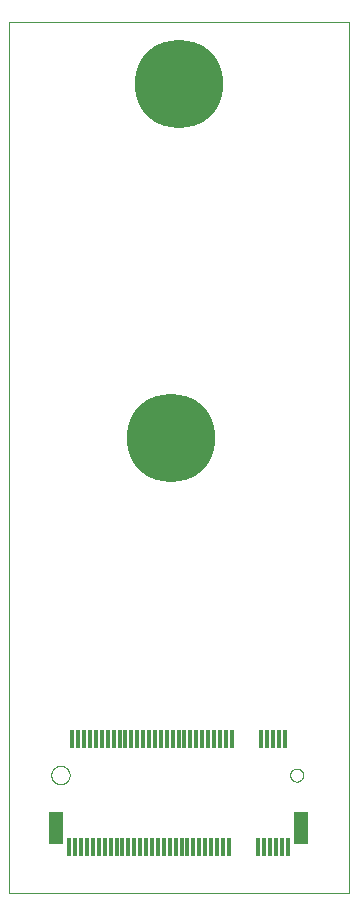
<source format=gtl>
G75*
%MOIN*%
%OFA0B0*%
%FSLAX25Y25*%
%IPPOS*%
%LPD*%
%AMOC8*
5,1,8,0,0,1.08239X$1,22.5*
%
%ADD10C,0.00000*%
%ADD11R,0.01181X0.06102*%
%ADD12R,0.04724X0.10827*%
%ADD13C,0.29528*%
D10*
X0001000Y0001000D02*
X0001000Y0291551D01*
X0114386Y0291551D01*
X0114386Y0001000D01*
X0001000Y0001000D01*
X0015272Y0040370D02*
X0015274Y0040480D01*
X0015280Y0040590D01*
X0015290Y0040700D01*
X0015304Y0040809D01*
X0015322Y0040918D01*
X0015343Y0041026D01*
X0015369Y0041133D01*
X0015398Y0041239D01*
X0015432Y0041344D01*
X0015469Y0041448D01*
X0015510Y0041550D01*
X0015554Y0041651D01*
X0015602Y0041750D01*
X0015654Y0041848D01*
X0015709Y0041943D01*
X0015767Y0042036D01*
X0015829Y0042127D01*
X0015894Y0042216D01*
X0015962Y0042303D01*
X0016034Y0042387D01*
X0016108Y0042468D01*
X0016185Y0042547D01*
X0016265Y0042623D01*
X0016348Y0042695D01*
X0016433Y0042765D01*
X0016521Y0042832D01*
X0016611Y0042895D01*
X0016703Y0042955D01*
X0016797Y0043012D01*
X0016894Y0043066D01*
X0016992Y0043115D01*
X0017092Y0043162D01*
X0017194Y0043204D01*
X0017297Y0043243D01*
X0017401Y0043278D01*
X0017507Y0043310D01*
X0017613Y0043337D01*
X0017721Y0043361D01*
X0017829Y0043381D01*
X0017938Y0043397D01*
X0018048Y0043409D01*
X0018158Y0043417D01*
X0018268Y0043421D01*
X0018378Y0043421D01*
X0018488Y0043417D01*
X0018598Y0043409D01*
X0018708Y0043397D01*
X0018817Y0043381D01*
X0018925Y0043361D01*
X0019033Y0043337D01*
X0019139Y0043310D01*
X0019245Y0043278D01*
X0019349Y0043243D01*
X0019452Y0043204D01*
X0019554Y0043162D01*
X0019654Y0043115D01*
X0019752Y0043066D01*
X0019848Y0043012D01*
X0019943Y0042955D01*
X0020035Y0042895D01*
X0020125Y0042832D01*
X0020213Y0042765D01*
X0020298Y0042695D01*
X0020381Y0042623D01*
X0020461Y0042547D01*
X0020538Y0042468D01*
X0020612Y0042387D01*
X0020684Y0042303D01*
X0020752Y0042216D01*
X0020817Y0042127D01*
X0020879Y0042036D01*
X0020937Y0041943D01*
X0020992Y0041848D01*
X0021044Y0041750D01*
X0021092Y0041651D01*
X0021136Y0041550D01*
X0021177Y0041448D01*
X0021214Y0041344D01*
X0021248Y0041239D01*
X0021277Y0041133D01*
X0021303Y0041026D01*
X0021324Y0040918D01*
X0021342Y0040809D01*
X0021356Y0040700D01*
X0021366Y0040590D01*
X0021372Y0040480D01*
X0021374Y0040370D01*
X0021372Y0040260D01*
X0021366Y0040150D01*
X0021356Y0040040D01*
X0021342Y0039931D01*
X0021324Y0039822D01*
X0021303Y0039714D01*
X0021277Y0039607D01*
X0021248Y0039501D01*
X0021214Y0039396D01*
X0021177Y0039292D01*
X0021136Y0039190D01*
X0021092Y0039089D01*
X0021044Y0038990D01*
X0020992Y0038892D01*
X0020937Y0038797D01*
X0020879Y0038704D01*
X0020817Y0038613D01*
X0020752Y0038524D01*
X0020684Y0038437D01*
X0020612Y0038353D01*
X0020538Y0038272D01*
X0020461Y0038193D01*
X0020381Y0038117D01*
X0020298Y0038045D01*
X0020213Y0037975D01*
X0020125Y0037908D01*
X0020035Y0037845D01*
X0019943Y0037785D01*
X0019849Y0037728D01*
X0019752Y0037674D01*
X0019654Y0037625D01*
X0019554Y0037578D01*
X0019452Y0037536D01*
X0019349Y0037497D01*
X0019245Y0037462D01*
X0019139Y0037430D01*
X0019033Y0037403D01*
X0018925Y0037379D01*
X0018817Y0037359D01*
X0018708Y0037343D01*
X0018598Y0037331D01*
X0018488Y0037323D01*
X0018378Y0037319D01*
X0018268Y0037319D01*
X0018158Y0037323D01*
X0018048Y0037331D01*
X0017938Y0037343D01*
X0017829Y0037359D01*
X0017721Y0037379D01*
X0017613Y0037403D01*
X0017507Y0037430D01*
X0017401Y0037462D01*
X0017297Y0037497D01*
X0017194Y0037536D01*
X0017092Y0037578D01*
X0016992Y0037625D01*
X0016894Y0037674D01*
X0016797Y0037728D01*
X0016703Y0037785D01*
X0016611Y0037845D01*
X0016521Y0037908D01*
X0016433Y0037975D01*
X0016348Y0038045D01*
X0016265Y0038117D01*
X0016185Y0038193D01*
X0016108Y0038272D01*
X0016034Y0038353D01*
X0015962Y0038437D01*
X0015894Y0038524D01*
X0015829Y0038613D01*
X0015767Y0038704D01*
X0015709Y0038797D01*
X0015654Y0038892D01*
X0015602Y0038990D01*
X0015554Y0039089D01*
X0015510Y0039190D01*
X0015469Y0039292D01*
X0015432Y0039396D01*
X0015398Y0039501D01*
X0015369Y0039607D01*
X0015343Y0039714D01*
X0015322Y0039822D01*
X0015304Y0039931D01*
X0015290Y0040040D01*
X0015280Y0040150D01*
X0015274Y0040260D01*
X0015272Y0040370D01*
X0094898Y0040370D02*
X0094900Y0040463D01*
X0094906Y0040555D01*
X0094916Y0040647D01*
X0094930Y0040738D01*
X0094947Y0040829D01*
X0094969Y0040919D01*
X0094994Y0041008D01*
X0095023Y0041096D01*
X0095056Y0041182D01*
X0095093Y0041267D01*
X0095133Y0041351D01*
X0095177Y0041432D01*
X0095224Y0041512D01*
X0095274Y0041590D01*
X0095328Y0041665D01*
X0095385Y0041738D01*
X0095445Y0041808D01*
X0095508Y0041876D01*
X0095574Y0041941D01*
X0095642Y0042003D01*
X0095713Y0042063D01*
X0095787Y0042119D01*
X0095863Y0042172D01*
X0095941Y0042221D01*
X0096021Y0042268D01*
X0096103Y0042310D01*
X0096187Y0042350D01*
X0096272Y0042385D01*
X0096359Y0042417D01*
X0096447Y0042446D01*
X0096536Y0042470D01*
X0096626Y0042491D01*
X0096717Y0042507D01*
X0096809Y0042520D01*
X0096901Y0042529D01*
X0096994Y0042534D01*
X0097086Y0042535D01*
X0097179Y0042532D01*
X0097271Y0042525D01*
X0097363Y0042514D01*
X0097454Y0042499D01*
X0097545Y0042481D01*
X0097635Y0042458D01*
X0097723Y0042432D01*
X0097811Y0042402D01*
X0097897Y0042368D01*
X0097981Y0042331D01*
X0098064Y0042289D01*
X0098145Y0042245D01*
X0098225Y0042197D01*
X0098302Y0042146D01*
X0098376Y0042091D01*
X0098449Y0042033D01*
X0098519Y0041973D01*
X0098586Y0041909D01*
X0098650Y0041843D01*
X0098712Y0041773D01*
X0098770Y0041702D01*
X0098825Y0041628D01*
X0098877Y0041551D01*
X0098926Y0041472D01*
X0098972Y0041392D01*
X0099014Y0041309D01*
X0099052Y0041225D01*
X0099087Y0041139D01*
X0099118Y0041052D01*
X0099145Y0040964D01*
X0099168Y0040874D01*
X0099188Y0040784D01*
X0099204Y0040693D01*
X0099216Y0040601D01*
X0099224Y0040509D01*
X0099228Y0040416D01*
X0099228Y0040324D01*
X0099224Y0040231D01*
X0099216Y0040139D01*
X0099204Y0040047D01*
X0099188Y0039956D01*
X0099168Y0039866D01*
X0099145Y0039776D01*
X0099118Y0039688D01*
X0099087Y0039601D01*
X0099052Y0039515D01*
X0099014Y0039431D01*
X0098972Y0039348D01*
X0098926Y0039268D01*
X0098877Y0039189D01*
X0098825Y0039112D01*
X0098770Y0039038D01*
X0098712Y0038967D01*
X0098650Y0038897D01*
X0098586Y0038831D01*
X0098519Y0038767D01*
X0098449Y0038707D01*
X0098376Y0038649D01*
X0098302Y0038594D01*
X0098225Y0038543D01*
X0098146Y0038495D01*
X0098064Y0038451D01*
X0097981Y0038409D01*
X0097897Y0038372D01*
X0097811Y0038338D01*
X0097723Y0038308D01*
X0097635Y0038282D01*
X0097545Y0038259D01*
X0097454Y0038241D01*
X0097363Y0038226D01*
X0097271Y0038215D01*
X0097179Y0038208D01*
X0097086Y0038205D01*
X0096994Y0038206D01*
X0096901Y0038211D01*
X0096809Y0038220D01*
X0096717Y0038233D01*
X0096626Y0038249D01*
X0096536Y0038270D01*
X0096447Y0038294D01*
X0096359Y0038323D01*
X0096272Y0038355D01*
X0096187Y0038390D01*
X0096103Y0038430D01*
X0096021Y0038472D01*
X0095941Y0038519D01*
X0095863Y0038568D01*
X0095787Y0038621D01*
X0095713Y0038677D01*
X0095642Y0038737D01*
X0095574Y0038799D01*
X0095508Y0038864D01*
X0095445Y0038932D01*
X0095385Y0039002D01*
X0095328Y0039075D01*
X0095274Y0039150D01*
X0095224Y0039228D01*
X0095177Y0039308D01*
X0095133Y0039389D01*
X0095093Y0039473D01*
X0095056Y0039558D01*
X0095023Y0039644D01*
X0094994Y0039732D01*
X0094969Y0039821D01*
X0094947Y0039911D01*
X0094930Y0040002D01*
X0094916Y0040093D01*
X0094906Y0040185D01*
X0094900Y0040277D01*
X0094898Y0040370D01*
D11*
X0093126Y0052378D03*
X0091157Y0052378D03*
X0089189Y0052378D03*
X0087220Y0052378D03*
X0085252Y0052378D03*
X0075409Y0052378D03*
X0073441Y0052378D03*
X0071472Y0052378D03*
X0069504Y0052378D03*
X0067535Y0052378D03*
X0065567Y0052378D03*
X0063598Y0052378D03*
X0061630Y0052378D03*
X0059661Y0052378D03*
X0057693Y0052378D03*
X0055724Y0052378D03*
X0053756Y0052378D03*
X0051787Y0052378D03*
X0049819Y0052378D03*
X0047850Y0052378D03*
X0045882Y0052378D03*
X0043913Y0052378D03*
X0041945Y0052378D03*
X0039976Y0052378D03*
X0038008Y0052378D03*
X0036039Y0052378D03*
X0034071Y0052378D03*
X0032102Y0052378D03*
X0030134Y0052378D03*
X0028165Y0052378D03*
X0026197Y0052378D03*
X0024228Y0052378D03*
X0022260Y0052378D03*
X0023244Y0016551D03*
X0025213Y0016551D03*
X0027181Y0016551D03*
X0029150Y0016551D03*
X0031118Y0016551D03*
X0033087Y0016551D03*
X0035055Y0016551D03*
X0037024Y0016551D03*
X0038992Y0016551D03*
X0040961Y0016551D03*
X0042929Y0016551D03*
X0044898Y0016551D03*
X0046866Y0016551D03*
X0048835Y0016551D03*
X0050803Y0016551D03*
X0052772Y0016551D03*
X0054740Y0016551D03*
X0056709Y0016551D03*
X0058677Y0016551D03*
X0060646Y0016551D03*
X0062614Y0016551D03*
X0064583Y0016551D03*
X0066551Y0016551D03*
X0068520Y0016551D03*
X0070488Y0016551D03*
X0072457Y0016551D03*
X0074425Y0016551D03*
X0084268Y0016551D03*
X0086236Y0016551D03*
X0088205Y0016551D03*
X0090173Y0016551D03*
X0092142Y0016551D03*
X0094110Y0016551D03*
X0021276Y0016551D03*
D12*
X0016945Y0022654D03*
X0098441Y0022654D03*
D13*
X0055134Y0152575D03*
X0057693Y0270685D03*
M02*

</source>
